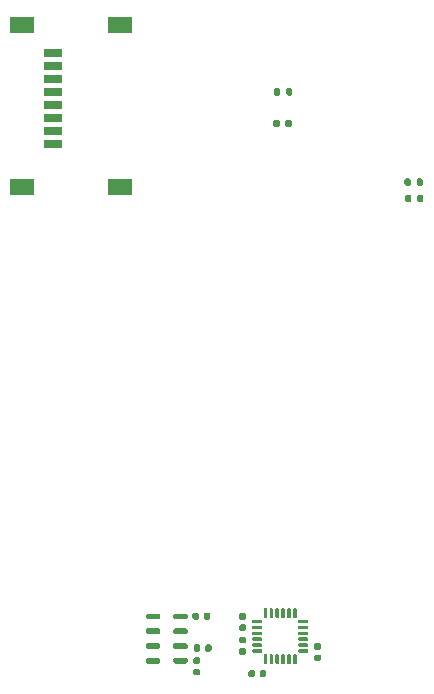
<source format=gbr>
%TF.GenerationSoftware,KiCad,Pcbnew,(5.1.10-1-10_14)*%
%TF.CreationDate,2021-10-09T22:57:50-04:00*%
%TF.ProjectId,Hermes_Pico,4865726d-6573-45f5-9069-636f2e6b6963,rev?*%
%TF.SameCoordinates,Original*%
%TF.FileFunction,Paste,Top*%
%TF.FilePolarity,Positive*%
%FSLAX46Y46*%
G04 Gerber Fmt 4.6, Leading zero omitted, Abs format (unit mm)*
G04 Created by KiCad (PCBNEW (5.1.10-1-10_14)) date 2021-10-09 22:57:50*
%MOMM*%
%LPD*%
G01*
G04 APERTURE LIST*
%ADD10R,1.500000X0.800000*%
%ADD11R,2.000000X1.450000*%
G04 APERTURE END LIST*
%TO.C,R4*%
G36*
G01*
X240400000Y-73490000D02*
X240400000Y-73860000D01*
G75*
G02*
X240265000Y-73995000I-135000J0D01*
G01*
X239995000Y-73995000D01*
G75*
G02*
X239860000Y-73860000I0J135000D01*
G01*
X239860000Y-73490000D01*
G75*
G02*
X239995000Y-73355000I135000J0D01*
G01*
X240265000Y-73355000D01*
G75*
G02*
X240400000Y-73490000I0J-135000D01*
G01*
G37*
G36*
G01*
X241420000Y-73490000D02*
X241420000Y-73860000D01*
G75*
G02*
X241285000Y-73995000I-135000J0D01*
G01*
X241015000Y-73995000D01*
G75*
G02*
X240880000Y-73860000I0J135000D01*
G01*
X240880000Y-73490000D01*
G75*
G02*
X241015000Y-73355000I135000J0D01*
G01*
X241285000Y-73355000D01*
G75*
G02*
X241420000Y-73490000I0J-135000D01*
G01*
G37*
%TD*%
%TO.C,R3*%
G36*
G01*
X240940000Y-71185000D02*
X240940000Y-70815000D01*
G75*
G02*
X241075000Y-70680000I135000J0D01*
G01*
X241345000Y-70680000D01*
G75*
G02*
X241480000Y-70815000I0J-135000D01*
G01*
X241480000Y-71185000D01*
G75*
G02*
X241345000Y-71320000I-135000J0D01*
G01*
X241075000Y-71320000D01*
G75*
G02*
X240940000Y-71185000I0J135000D01*
G01*
G37*
G36*
G01*
X239920000Y-71185000D02*
X239920000Y-70815000D01*
G75*
G02*
X240055000Y-70680000I135000J0D01*
G01*
X240325000Y-70680000D01*
G75*
G02*
X240460000Y-70815000I0J-135000D01*
G01*
X240460000Y-71185000D01*
G75*
G02*
X240325000Y-71320000I-135000J0D01*
G01*
X240055000Y-71320000D01*
G75*
G02*
X239920000Y-71185000I0J135000D01*
G01*
G37*
%TD*%
%TO.C,R2*%
G36*
G01*
X251990000Y-78835000D02*
X251990000Y-78465000D01*
G75*
G02*
X252125000Y-78330000I135000J0D01*
G01*
X252395000Y-78330000D01*
G75*
G02*
X252530000Y-78465000I0J-135000D01*
G01*
X252530000Y-78835000D01*
G75*
G02*
X252395000Y-78970000I-135000J0D01*
G01*
X252125000Y-78970000D01*
G75*
G02*
X251990000Y-78835000I0J135000D01*
G01*
G37*
G36*
G01*
X250970000Y-78835000D02*
X250970000Y-78465000D01*
G75*
G02*
X251105000Y-78330000I135000J0D01*
G01*
X251375000Y-78330000D01*
G75*
G02*
X251510000Y-78465000I0J-135000D01*
G01*
X251510000Y-78835000D01*
G75*
G02*
X251375000Y-78970000I-135000J0D01*
G01*
X251105000Y-78970000D01*
G75*
G02*
X250970000Y-78835000I0J135000D01*
G01*
G37*
%TD*%
%TO.C,R1*%
G36*
G01*
X251560000Y-79840000D02*
X251560000Y-80210000D01*
G75*
G02*
X251425000Y-80345000I-135000J0D01*
G01*
X251155000Y-80345000D01*
G75*
G02*
X251020000Y-80210000I0J135000D01*
G01*
X251020000Y-79840000D01*
G75*
G02*
X251155000Y-79705000I135000J0D01*
G01*
X251425000Y-79705000D01*
G75*
G02*
X251560000Y-79840000I0J-135000D01*
G01*
G37*
G36*
G01*
X252580000Y-79840000D02*
X252580000Y-80210000D01*
G75*
G02*
X252445000Y-80345000I-135000J0D01*
G01*
X252175000Y-80345000D01*
G75*
G02*
X252040000Y-80210000I0J135000D01*
G01*
X252040000Y-79840000D01*
G75*
G02*
X252175000Y-79705000I135000J0D01*
G01*
X252445000Y-79705000D01*
G75*
G02*
X252580000Y-79840000I0J-135000D01*
G01*
G37*
%TD*%
%TO.C,U3*%
G36*
G01*
X230300000Y-119050000D02*
X230300000Y-119300000D01*
G75*
G02*
X230175000Y-119425000I-125000J0D01*
G01*
X229225000Y-119425000D01*
G75*
G02*
X229100000Y-119300000I0J125000D01*
G01*
X229100000Y-119050000D01*
G75*
G02*
X229225000Y-118925000I125000J0D01*
G01*
X230175000Y-118925000D01*
G75*
G02*
X230300000Y-119050000I0J-125000D01*
G01*
G37*
G36*
G01*
X230300000Y-117800000D02*
X230300000Y-118050000D01*
G75*
G02*
X230175000Y-118175000I-125000J0D01*
G01*
X229225000Y-118175000D01*
G75*
G02*
X229100000Y-118050000I0J125000D01*
G01*
X229100000Y-117800000D01*
G75*
G02*
X229225000Y-117675000I125000J0D01*
G01*
X230175000Y-117675000D01*
G75*
G02*
X230300000Y-117800000I0J-125000D01*
G01*
G37*
G36*
G01*
X230300000Y-116550000D02*
X230300000Y-116800000D01*
G75*
G02*
X230175000Y-116925000I-125000J0D01*
G01*
X229225000Y-116925000D01*
G75*
G02*
X229100000Y-116800000I0J125000D01*
G01*
X229100000Y-116550000D01*
G75*
G02*
X229225000Y-116425000I125000J0D01*
G01*
X230175000Y-116425000D01*
G75*
G02*
X230300000Y-116550000I0J-125000D01*
G01*
G37*
G36*
G01*
X230300000Y-115300000D02*
X230300000Y-115550000D01*
G75*
G02*
X230175000Y-115675000I-125000J0D01*
G01*
X229225000Y-115675000D01*
G75*
G02*
X229100000Y-115550000I0J125000D01*
G01*
X229100000Y-115300000D01*
G75*
G02*
X229225000Y-115175000I125000J0D01*
G01*
X230175000Y-115175000D01*
G75*
G02*
X230300000Y-115300000I0J-125000D01*
G01*
G37*
G36*
G01*
X232600000Y-115300000D02*
X232600000Y-115550000D01*
G75*
G02*
X232475000Y-115675000I-125000J0D01*
G01*
X231525000Y-115675000D01*
G75*
G02*
X231400000Y-115550000I0J125000D01*
G01*
X231400000Y-115300000D01*
G75*
G02*
X231525000Y-115175000I125000J0D01*
G01*
X232475000Y-115175000D01*
G75*
G02*
X232600000Y-115300000I0J-125000D01*
G01*
G37*
G36*
G01*
X232600000Y-116550000D02*
X232600000Y-116800000D01*
G75*
G02*
X232475000Y-116925000I-125000J0D01*
G01*
X231525000Y-116925000D01*
G75*
G02*
X231400000Y-116800000I0J125000D01*
G01*
X231400000Y-116550000D01*
G75*
G02*
X231525000Y-116425000I125000J0D01*
G01*
X232475000Y-116425000D01*
G75*
G02*
X232600000Y-116550000I0J-125000D01*
G01*
G37*
G36*
G01*
X232600000Y-117800000D02*
X232600000Y-118050000D01*
G75*
G02*
X232475000Y-118175000I-125000J0D01*
G01*
X231525000Y-118175000D01*
G75*
G02*
X231400000Y-118050000I0J125000D01*
G01*
X231400000Y-117800000D01*
G75*
G02*
X231525000Y-117675000I125000J0D01*
G01*
X232475000Y-117675000D01*
G75*
G02*
X232600000Y-117800000I0J-125000D01*
G01*
G37*
G36*
G01*
X232600000Y-119050000D02*
X232600000Y-119300000D01*
G75*
G02*
X232475000Y-119425000I-125000J0D01*
G01*
X231525000Y-119425000D01*
G75*
G02*
X231400000Y-119300000I0J125000D01*
G01*
X231400000Y-119050000D01*
G75*
G02*
X231525000Y-118925000I125000J0D01*
G01*
X232475000Y-118925000D01*
G75*
G02*
X232600000Y-119050000I0J-125000D01*
G01*
G37*
%TD*%
%TO.C,U2*%
G36*
G01*
X241975000Y-115925000D02*
X241975000Y-115775000D01*
G75*
G02*
X242050000Y-115700000I75000J0D01*
G01*
X242750000Y-115700000D01*
G75*
G02*
X242825000Y-115775000I0J-75000D01*
G01*
X242825000Y-115925000D01*
G75*
G02*
X242750000Y-116000000I-75000J0D01*
G01*
X242050000Y-116000000D01*
G75*
G02*
X241975000Y-115925000I0J75000D01*
G01*
G37*
G36*
G01*
X241975000Y-116425000D02*
X241975000Y-116275000D01*
G75*
G02*
X242050000Y-116200000I75000J0D01*
G01*
X242750000Y-116200000D01*
G75*
G02*
X242825000Y-116275000I0J-75000D01*
G01*
X242825000Y-116425000D01*
G75*
G02*
X242750000Y-116500000I-75000J0D01*
G01*
X242050000Y-116500000D01*
G75*
G02*
X241975000Y-116425000I0J75000D01*
G01*
G37*
G36*
G01*
X241975000Y-116925000D02*
X241975000Y-116775000D01*
G75*
G02*
X242050000Y-116700000I75000J0D01*
G01*
X242750000Y-116700000D01*
G75*
G02*
X242825000Y-116775000I0J-75000D01*
G01*
X242825000Y-116925000D01*
G75*
G02*
X242750000Y-117000000I-75000J0D01*
G01*
X242050000Y-117000000D01*
G75*
G02*
X241975000Y-116925000I0J75000D01*
G01*
G37*
G36*
G01*
X241975000Y-117425000D02*
X241975000Y-117275000D01*
G75*
G02*
X242050000Y-117200000I75000J0D01*
G01*
X242750000Y-117200000D01*
G75*
G02*
X242825000Y-117275000I0J-75000D01*
G01*
X242825000Y-117425000D01*
G75*
G02*
X242750000Y-117500000I-75000J0D01*
G01*
X242050000Y-117500000D01*
G75*
G02*
X241975000Y-117425000I0J75000D01*
G01*
G37*
G36*
G01*
X241975000Y-117925000D02*
X241975000Y-117775000D01*
G75*
G02*
X242050000Y-117700000I75000J0D01*
G01*
X242750000Y-117700000D01*
G75*
G02*
X242825000Y-117775000I0J-75000D01*
G01*
X242825000Y-117925000D01*
G75*
G02*
X242750000Y-118000000I-75000J0D01*
G01*
X242050000Y-118000000D01*
G75*
G02*
X241975000Y-117925000I0J75000D01*
G01*
G37*
G36*
G01*
X241975000Y-118425000D02*
X241975000Y-118275000D01*
G75*
G02*
X242050000Y-118200000I75000J0D01*
G01*
X242750000Y-118200000D01*
G75*
G02*
X242825000Y-118275000I0J-75000D01*
G01*
X242825000Y-118425000D01*
G75*
G02*
X242750000Y-118500000I-75000J0D01*
G01*
X242050000Y-118500000D01*
G75*
G02*
X241975000Y-118425000I0J75000D01*
G01*
G37*
G36*
G01*
X241625000Y-118625000D02*
X241775000Y-118625000D01*
G75*
G02*
X241850000Y-118700000I0J-75000D01*
G01*
X241850000Y-119400000D01*
G75*
G02*
X241775000Y-119475000I-75000J0D01*
G01*
X241625000Y-119475000D01*
G75*
G02*
X241550000Y-119400000I0J75000D01*
G01*
X241550000Y-118700000D01*
G75*
G02*
X241625000Y-118625000I75000J0D01*
G01*
G37*
G36*
G01*
X241125000Y-118625000D02*
X241275000Y-118625000D01*
G75*
G02*
X241350000Y-118700000I0J-75000D01*
G01*
X241350000Y-119400000D01*
G75*
G02*
X241275000Y-119475000I-75000J0D01*
G01*
X241125000Y-119475000D01*
G75*
G02*
X241050000Y-119400000I0J75000D01*
G01*
X241050000Y-118700000D01*
G75*
G02*
X241125000Y-118625000I75000J0D01*
G01*
G37*
G36*
G01*
X240625000Y-118625000D02*
X240775000Y-118625000D01*
G75*
G02*
X240850000Y-118700000I0J-75000D01*
G01*
X240850000Y-119400000D01*
G75*
G02*
X240775000Y-119475000I-75000J0D01*
G01*
X240625000Y-119475000D01*
G75*
G02*
X240550000Y-119400000I0J75000D01*
G01*
X240550000Y-118700000D01*
G75*
G02*
X240625000Y-118625000I75000J0D01*
G01*
G37*
G36*
G01*
X240125000Y-118625000D02*
X240275000Y-118625000D01*
G75*
G02*
X240350000Y-118700000I0J-75000D01*
G01*
X240350000Y-119400000D01*
G75*
G02*
X240275000Y-119475000I-75000J0D01*
G01*
X240125000Y-119475000D01*
G75*
G02*
X240050000Y-119400000I0J75000D01*
G01*
X240050000Y-118700000D01*
G75*
G02*
X240125000Y-118625000I75000J0D01*
G01*
G37*
G36*
G01*
X239625000Y-118625000D02*
X239775000Y-118625000D01*
G75*
G02*
X239850000Y-118700000I0J-75000D01*
G01*
X239850000Y-119400000D01*
G75*
G02*
X239775000Y-119475000I-75000J0D01*
G01*
X239625000Y-119475000D01*
G75*
G02*
X239550000Y-119400000I0J75000D01*
G01*
X239550000Y-118700000D01*
G75*
G02*
X239625000Y-118625000I75000J0D01*
G01*
G37*
G36*
G01*
X239125000Y-118625000D02*
X239275000Y-118625000D01*
G75*
G02*
X239350000Y-118700000I0J-75000D01*
G01*
X239350000Y-119400000D01*
G75*
G02*
X239275000Y-119475000I-75000J0D01*
G01*
X239125000Y-119475000D01*
G75*
G02*
X239050000Y-119400000I0J75000D01*
G01*
X239050000Y-118700000D01*
G75*
G02*
X239125000Y-118625000I75000J0D01*
G01*
G37*
G36*
G01*
X238075000Y-118425000D02*
X238075000Y-118275000D01*
G75*
G02*
X238150000Y-118200000I75000J0D01*
G01*
X238850000Y-118200000D01*
G75*
G02*
X238925000Y-118275000I0J-75000D01*
G01*
X238925000Y-118425000D01*
G75*
G02*
X238850000Y-118500000I-75000J0D01*
G01*
X238150000Y-118500000D01*
G75*
G02*
X238075000Y-118425000I0J75000D01*
G01*
G37*
G36*
G01*
X238075000Y-117925000D02*
X238075000Y-117775000D01*
G75*
G02*
X238150000Y-117700000I75000J0D01*
G01*
X238850000Y-117700000D01*
G75*
G02*
X238925000Y-117775000I0J-75000D01*
G01*
X238925000Y-117925000D01*
G75*
G02*
X238850000Y-118000000I-75000J0D01*
G01*
X238150000Y-118000000D01*
G75*
G02*
X238075000Y-117925000I0J75000D01*
G01*
G37*
G36*
G01*
X238075000Y-117425000D02*
X238075000Y-117275000D01*
G75*
G02*
X238150000Y-117200000I75000J0D01*
G01*
X238850000Y-117200000D01*
G75*
G02*
X238925000Y-117275000I0J-75000D01*
G01*
X238925000Y-117425000D01*
G75*
G02*
X238850000Y-117500000I-75000J0D01*
G01*
X238150000Y-117500000D01*
G75*
G02*
X238075000Y-117425000I0J75000D01*
G01*
G37*
G36*
G01*
X238075000Y-116925000D02*
X238075000Y-116775000D01*
G75*
G02*
X238150000Y-116700000I75000J0D01*
G01*
X238850000Y-116700000D01*
G75*
G02*
X238925000Y-116775000I0J-75000D01*
G01*
X238925000Y-116925000D01*
G75*
G02*
X238850000Y-117000000I-75000J0D01*
G01*
X238150000Y-117000000D01*
G75*
G02*
X238075000Y-116925000I0J75000D01*
G01*
G37*
G36*
G01*
X238075000Y-116425000D02*
X238075000Y-116275000D01*
G75*
G02*
X238150000Y-116200000I75000J0D01*
G01*
X238850000Y-116200000D01*
G75*
G02*
X238925000Y-116275000I0J-75000D01*
G01*
X238925000Y-116425000D01*
G75*
G02*
X238850000Y-116500000I-75000J0D01*
G01*
X238150000Y-116500000D01*
G75*
G02*
X238075000Y-116425000I0J75000D01*
G01*
G37*
G36*
G01*
X238075000Y-115925000D02*
X238075000Y-115775000D01*
G75*
G02*
X238150000Y-115700000I75000J0D01*
G01*
X238850000Y-115700000D01*
G75*
G02*
X238925000Y-115775000I0J-75000D01*
G01*
X238925000Y-115925000D01*
G75*
G02*
X238850000Y-116000000I-75000J0D01*
G01*
X238150000Y-116000000D01*
G75*
G02*
X238075000Y-115925000I0J75000D01*
G01*
G37*
G36*
G01*
X239125000Y-114725000D02*
X239275000Y-114725000D01*
G75*
G02*
X239350000Y-114800000I0J-75000D01*
G01*
X239350000Y-115500000D01*
G75*
G02*
X239275000Y-115575000I-75000J0D01*
G01*
X239125000Y-115575000D01*
G75*
G02*
X239050000Y-115500000I0J75000D01*
G01*
X239050000Y-114800000D01*
G75*
G02*
X239125000Y-114725000I75000J0D01*
G01*
G37*
G36*
G01*
X239625000Y-114725000D02*
X239775000Y-114725000D01*
G75*
G02*
X239850000Y-114800000I0J-75000D01*
G01*
X239850000Y-115500000D01*
G75*
G02*
X239775000Y-115575000I-75000J0D01*
G01*
X239625000Y-115575000D01*
G75*
G02*
X239550000Y-115500000I0J75000D01*
G01*
X239550000Y-114800000D01*
G75*
G02*
X239625000Y-114725000I75000J0D01*
G01*
G37*
G36*
G01*
X240125000Y-114725000D02*
X240275000Y-114725000D01*
G75*
G02*
X240350000Y-114800000I0J-75000D01*
G01*
X240350000Y-115500000D01*
G75*
G02*
X240275000Y-115575000I-75000J0D01*
G01*
X240125000Y-115575000D01*
G75*
G02*
X240050000Y-115500000I0J75000D01*
G01*
X240050000Y-114800000D01*
G75*
G02*
X240125000Y-114725000I75000J0D01*
G01*
G37*
G36*
G01*
X240625000Y-114725000D02*
X240775000Y-114725000D01*
G75*
G02*
X240850000Y-114800000I0J-75000D01*
G01*
X240850000Y-115500000D01*
G75*
G02*
X240775000Y-115575000I-75000J0D01*
G01*
X240625000Y-115575000D01*
G75*
G02*
X240550000Y-115500000I0J75000D01*
G01*
X240550000Y-114800000D01*
G75*
G02*
X240625000Y-114725000I75000J0D01*
G01*
G37*
G36*
G01*
X241125000Y-114725000D02*
X241275000Y-114725000D01*
G75*
G02*
X241350000Y-114800000I0J-75000D01*
G01*
X241350000Y-115500000D01*
G75*
G02*
X241275000Y-115575000I-75000J0D01*
G01*
X241125000Y-115575000D01*
G75*
G02*
X241050000Y-115500000I0J75000D01*
G01*
X241050000Y-114800000D01*
G75*
G02*
X241125000Y-114725000I75000J0D01*
G01*
G37*
G36*
G01*
X241625000Y-114725000D02*
X241775000Y-114725000D01*
G75*
G02*
X241850000Y-114800000I0J-75000D01*
G01*
X241850000Y-115500000D01*
G75*
G02*
X241775000Y-115575000I-75000J0D01*
G01*
X241625000Y-115575000D01*
G75*
G02*
X241550000Y-115500000I0J75000D01*
G01*
X241550000Y-114800000D01*
G75*
G02*
X241625000Y-114725000I75000J0D01*
G01*
G37*
%TD*%
%TO.C,C7*%
G36*
G01*
X233975000Y-115570000D02*
X233975000Y-115230000D01*
G75*
G02*
X234115000Y-115090000I140000J0D01*
G01*
X234395000Y-115090000D01*
G75*
G02*
X234535000Y-115230000I0J-140000D01*
G01*
X234535000Y-115570000D01*
G75*
G02*
X234395000Y-115710000I-140000J0D01*
G01*
X234115000Y-115710000D01*
G75*
G02*
X233975000Y-115570000I0J140000D01*
G01*
G37*
G36*
G01*
X233015000Y-115570000D02*
X233015000Y-115230000D01*
G75*
G02*
X233155000Y-115090000I140000J0D01*
G01*
X233435000Y-115090000D01*
G75*
G02*
X233575000Y-115230000I0J-140000D01*
G01*
X233575000Y-115570000D01*
G75*
G02*
X233435000Y-115710000I-140000J0D01*
G01*
X233155000Y-115710000D01*
G75*
G02*
X233015000Y-115570000I0J140000D01*
G01*
G37*
%TD*%
%TO.C,C6*%
G36*
G01*
X233545000Y-119450000D02*
X233205000Y-119450000D01*
G75*
G02*
X233065000Y-119310000I0J140000D01*
G01*
X233065000Y-119030000D01*
G75*
G02*
X233205000Y-118890000I140000J0D01*
G01*
X233545000Y-118890000D01*
G75*
G02*
X233685000Y-119030000I0J-140000D01*
G01*
X233685000Y-119310000D01*
G75*
G02*
X233545000Y-119450000I-140000J0D01*
G01*
G37*
G36*
G01*
X233545000Y-120410000D02*
X233205000Y-120410000D01*
G75*
G02*
X233065000Y-120270000I0J140000D01*
G01*
X233065000Y-119990000D01*
G75*
G02*
X233205000Y-119850000I140000J0D01*
G01*
X233545000Y-119850000D01*
G75*
G02*
X233685000Y-119990000I0J-140000D01*
G01*
X233685000Y-120270000D01*
G75*
G02*
X233545000Y-120410000I-140000J0D01*
G01*
G37*
%TD*%
%TO.C,C5*%
G36*
G01*
X234075000Y-118270000D02*
X234075000Y-117930000D01*
G75*
G02*
X234215000Y-117790000I140000J0D01*
G01*
X234495000Y-117790000D01*
G75*
G02*
X234635000Y-117930000I0J-140000D01*
G01*
X234635000Y-118270000D01*
G75*
G02*
X234495000Y-118410000I-140000J0D01*
G01*
X234215000Y-118410000D01*
G75*
G02*
X234075000Y-118270000I0J140000D01*
G01*
G37*
G36*
G01*
X233115000Y-118270000D02*
X233115000Y-117930000D01*
G75*
G02*
X233255000Y-117790000I140000J0D01*
G01*
X233535000Y-117790000D01*
G75*
G02*
X233675000Y-117930000I0J-140000D01*
G01*
X233675000Y-118270000D01*
G75*
G02*
X233535000Y-118410000I-140000J0D01*
G01*
X233255000Y-118410000D01*
G75*
G02*
X233115000Y-118270000I0J140000D01*
G01*
G37*
%TD*%
%TO.C,C4*%
G36*
G01*
X243795000Y-118250000D02*
X243455000Y-118250000D01*
G75*
G02*
X243315000Y-118110000I0J140000D01*
G01*
X243315000Y-117830000D01*
G75*
G02*
X243455000Y-117690000I140000J0D01*
G01*
X243795000Y-117690000D01*
G75*
G02*
X243935000Y-117830000I0J-140000D01*
G01*
X243935000Y-118110000D01*
G75*
G02*
X243795000Y-118250000I-140000J0D01*
G01*
G37*
G36*
G01*
X243795000Y-119210000D02*
X243455000Y-119210000D01*
G75*
G02*
X243315000Y-119070000I0J140000D01*
G01*
X243315000Y-118790000D01*
G75*
G02*
X243455000Y-118650000I140000J0D01*
G01*
X243795000Y-118650000D01*
G75*
G02*
X243935000Y-118790000I0J-140000D01*
G01*
X243935000Y-119070000D01*
G75*
G02*
X243795000Y-119210000I-140000J0D01*
G01*
G37*
%TD*%
%TO.C,C3*%
G36*
G01*
X237445000Y-117700000D02*
X237105000Y-117700000D01*
G75*
G02*
X236965000Y-117560000I0J140000D01*
G01*
X236965000Y-117280000D01*
G75*
G02*
X237105000Y-117140000I140000J0D01*
G01*
X237445000Y-117140000D01*
G75*
G02*
X237585000Y-117280000I0J-140000D01*
G01*
X237585000Y-117560000D01*
G75*
G02*
X237445000Y-117700000I-140000J0D01*
G01*
G37*
G36*
G01*
X237445000Y-118660000D02*
X237105000Y-118660000D01*
G75*
G02*
X236965000Y-118520000I0J140000D01*
G01*
X236965000Y-118240000D01*
G75*
G02*
X237105000Y-118100000I140000J0D01*
G01*
X237445000Y-118100000D01*
G75*
G02*
X237585000Y-118240000I0J-140000D01*
G01*
X237585000Y-118520000D01*
G75*
G02*
X237445000Y-118660000I-140000J0D01*
G01*
G37*
%TD*%
%TO.C,C2*%
G36*
G01*
X238300000Y-120105000D02*
X238300000Y-120445000D01*
G75*
G02*
X238160000Y-120585000I-140000J0D01*
G01*
X237880000Y-120585000D01*
G75*
G02*
X237740000Y-120445000I0J140000D01*
G01*
X237740000Y-120105000D01*
G75*
G02*
X237880000Y-119965000I140000J0D01*
G01*
X238160000Y-119965000D01*
G75*
G02*
X238300000Y-120105000I0J-140000D01*
G01*
G37*
G36*
G01*
X239260000Y-120105000D02*
X239260000Y-120445000D01*
G75*
G02*
X239120000Y-120585000I-140000J0D01*
G01*
X238840000Y-120585000D01*
G75*
G02*
X238700000Y-120445000I0J140000D01*
G01*
X238700000Y-120105000D01*
G75*
G02*
X238840000Y-119965000I140000J0D01*
G01*
X239120000Y-119965000D01*
G75*
G02*
X239260000Y-120105000I0J-140000D01*
G01*
G37*
%TD*%
%TO.C,C1*%
G36*
G01*
X237105000Y-116100000D02*
X237445000Y-116100000D01*
G75*
G02*
X237585000Y-116240000I0J-140000D01*
G01*
X237585000Y-116520000D01*
G75*
G02*
X237445000Y-116660000I-140000J0D01*
G01*
X237105000Y-116660000D01*
G75*
G02*
X236965000Y-116520000I0J140000D01*
G01*
X236965000Y-116240000D01*
G75*
G02*
X237105000Y-116100000I140000J0D01*
G01*
G37*
G36*
G01*
X237105000Y-115140000D02*
X237445000Y-115140000D01*
G75*
G02*
X237585000Y-115280000I0J-140000D01*
G01*
X237585000Y-115560000D01*
G75*
G02*
X237445000Y-115700000I-140000J0D01*
G01*
X237105000Y-115700000D01*
G75*
G02*
X236965000Y-115560000I0J140000D01*
G01*
X236965000Y-115280000D01*
G75*
G02*
X237105000Y-115140000I140000J0D01*
G01*
G37*
%TD*%
D10*
%TO.C,J4*%
X221200000Y-75400000D03*
X221200000Y-74300000D03*
X221200000Y-73200000D03*
X221200000Y-72100000D03*
X221200000Y-71000000D03*
X221200000Y-69900000D03*
X221200000Y-68800000D03*
X221200000Y-67700000D03*
D11*
X226900000Y-65325000D03*
X226900000Y-79075000D03*
X218600000Y-79075000D03*
X218600000Y-65325000D03*
%TD*%
M02*

</source>
